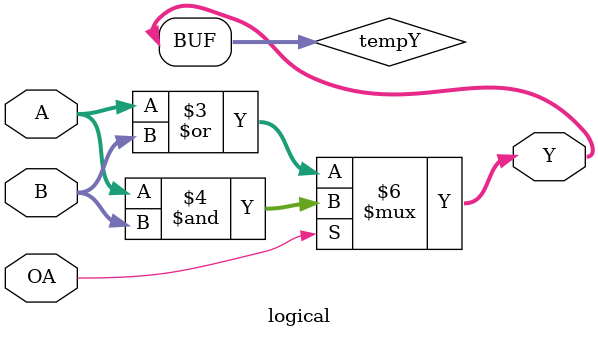
<source format=v>
module logical(A, B, OA, Y);

  // inputs
  input [7:0] A, B;
  input OA;

  // outputs
  output [7:0] Y;
  reg [7:0] tempY;
  
  assign Y = tempY;
  
  always @ (*) begin
  
	 if (OA == 0) tempY <= A | B;
	 else tempY <= A & B;
	 
  end
  

endmodule

</source>
